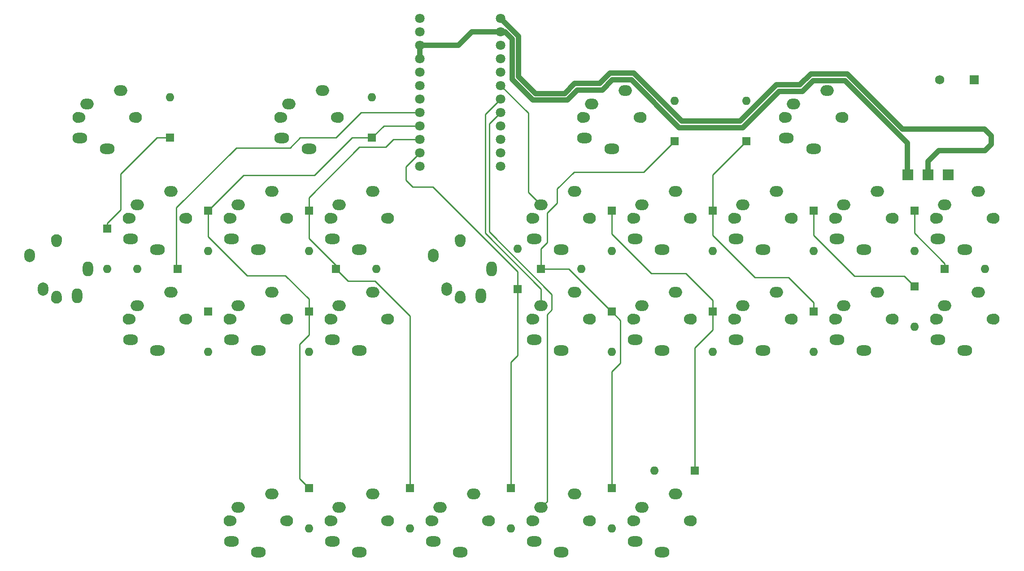
<source format=gbl>
%TF.GenerationSoftware,KiCad,Pcbnew,(7.0.0)*%
%TF.CreationDate,2023-03-05T08:54:37+05:30*%
%TF.ProjectId,Peridot Steno,50657269-646f-4742-9053-74656e6f2e6b,rev?*%
%TF.SameCoordinates,Original*%
%TF.FileFunction,Copper,L2,Bot*%
%TF.FilePolarity,Positive*%
%FSLAX46Y46*%
G04 Gerber Fmt 4.6, Leading zero omitted, Abs format (unit mm)*
G04 Created by KiCad (PCBNEW (7.0.0)) date 2023-03-05 08:54:37*
%MOMM*%
%LPD*%
G01*
G04 APERTURE LIST*
%TA.AperFunction,WasherPad*%
%ADD10C,2.100000*%
%TD*%
%TA.AperFunction,WasherPad*%
%ADD11C,1.900000*%
%TD*%
%TA.AperFunction,ComponentPad*%
%ADD12O,2.800000X2.000000*%
%TD*%
%TA.AperFunction,ComponentPad*%
%ADD13O,2.500000X2.000000*%
%TD*%
%TA.AperFunction,ComponentPad*%
%ADD14O,2.000000X2.800000*%
%TD*%
%TA.AperFunction,ComponentPad*%
%ADD15O,2.000000X2.500000*%
%TD*%
%TA.AperFunction,ComponentPad*%
%ADD16C,1.800000*%
%TD*%
%TA.AperFunction,ComponentPad*%
%ADD17R,1.752600X1.752600*%
%TD*%
%TA.AperFunction,ComponentPad*%
%ADD18C,1.752600*%
%TD*%
%TA.AperFunction,ComponentPad*%
%ADD19R,1.600000X1.600000*%
%TD*%
%TA.AperFunction,ComponentPad*%
%ADD20O,1.600000X1.600000*%
%TD*%
%TA.AperFunction,ComponentPad*%
%ADD21R,2.000000X2.000000*%
%TD*%
%TA.AperFunction,Conductor*%
%ADD22C,0.250000*%
%TD*%
%TA.AperFunction,Conductor*%
%ADD23C,1.000000*%
%TD*%
G04 APERTURE END LIST*
D10*
%TO.P,SW26,*%
%TO.N,*%
X156425000Y-66675000D03*
D11*
X156845000Y-66675000D03*
X167005000Y-66675000D03*
D10*
X167425000Y-66675000D03*
D12*
%TO.P,SW26,1,1*%
%TO.N,ROW1*%
X156824999Y-70574999D03*
D13*
X158114999Y-64134999D03*
D12*
%TO.P,SW26,2,2*%
%TO.N,Net-(D25-A)*%
X161924999Y-72574999D03*
D13*
X164464999Y-61594999D03*
%TD*%
D10*
%TO.P,SW19,*%
%TO.N,*%
X99275000Y-123825000D03*
D11*
X99695000Y-123825000D03*
X109855000Y-123825000D03*
D10*
X110275000Y-123825000D03*
D12*
%TO.P,SW19,1,1*%
%TO.N,ROW3*%
X99674999Y-127724999D03*
D13*
X100964999Y-121284999D03*
D12*
%TO.P,SW19,2,2*%
%TO.N,Net-(D18-A)*%
X104774999Y-129724999D03*
D13*
X107314999Y-118744999D03*
%TD*%
D10*
%TO.P,SW17,*%
%TO.N,*%
X118325000Y-66675000D03*
D11*
X118745000Y-66675000D03*
X128905000Y-66675000D03*
D10*
X129325000Y-66675000D03*
D12*
%TO.P,SW17,1,1*%
%TO.N,ROW1*%
X118724999Y-70574999D03*
D13*
X120014999Y-64134999D03*
D12*
%TO.P,SW17,2,2*%
%TO.N,Net-(D16-A)*%
X123824999Y-72574999D03*
D13*
X126364999Y-61594999D03*
%TD*%
D10*
%TO.P,SW42,*%
%TO.N,*%
X232625000Y-66675000D03*
D11*
X233045000Y-66675000D03*
X243205000Y-66675000D03*
D10*
X243625000Y-66675000D03*
D12*
%TO.P,SW42,1,1*%
%TO.N,ROW1*%
X233024999Y-70574999D03*
D13*
X234314999Y-64134999D03*
D12*
%TO.P,SW42,2,2*%
%TO.N,Net-(D41-A)*%
X238124999Y-72574999D03*
D13*
X240664999Y-61594999D03*
%TD*%
D10*
%TO.P,SW27,*%
%TO.N,*%
X156425000Y-85725000D03*
D11*
X156845000Y-85725000D03*
X167005000Y-85725000D03*
D10*
X167425000Y-85725000D03*
D12*
%TO.P,SW27,1,1*%
%TO.N,ROW2*%
X156824999Y-89624999D03*
D13*
X158114999Y-83184999D03*
D12*
%TO.P,SW27,2,2*%
%TO.N,Net-(D26-A)*%
X161924999Y-91624999D03*
D13*
X164464999Y-80644999D03*
%TD*%
D10*
%TO.P,SW36,*%
%TO.N,*%
X175475000Y-123825000D03*
D11*
X175895000Y-123825000D03*
X186055000Y-123825000D03*
D10*
X186475000Y-123825000D03*
D12*
%TO.P,SW36,1,1*%
%TO.N,ROW3*%
X175874999Y-127724999D03*
D13*
X177164999Y-121284999D03*
D12*
%TO.P,SW36,2,2*%
%TO.N,Net-(D35-A)*%
X180974999Y-129724999D03*
D13*
X183514999Y-118744999D03*
%TD*%
D10*
%TO.P,SW21,*%
%TO.N,*%
X142875000Y-81700000D03*
D11*
X142875000Y-81280000D03*
X142875000Y-71120000D03*
D10*
X142875000Y-70700000D03*
D14*
%TO.P,SW21,1,1*%
%TO.N,ROW1*%
X146774999Y-81299999D03*
D15*
X140334999Y-80009999D03*
D14*
%TO.P,SW21,2,2*%
%TO.N,Net-(D20-A)*%
X148774999Y-76199999D03*
D15*
X137794999Y-73659999D03*
%TD*%
D10*
%TO.P,SW32,*%
%TO.N,*%
X156425000Y-123825000D03*
D11*
X156845000Y-123825000D03*
X167005000Y-123825000D03*
D10*
X167425000Y-123825000D03*
D12*
%TO.P,SW32,1,1*%
%TO.N,ROW3*%
X156824999Y-127724999D03*
D13*
X158114999Y-121284999D03*
D12*
%TO.P,SW32,2,2*%
%TO.N,Net-(D31-A)*%
X161924999Y-129724999D03*
D13*
X164464999Y-118744999D03*
%TD*%
D10*
%TO.P,SW28,*%
%TO.N,*%
X137375000Y-123825000D03*
D11*
X137795000Y-123825000D03*
X147955000Y-123825000D03*
D10*
X148375000Y-123825000D03*
D12*
%TO.P,SW28,1,1*%
%TO.N,ROW3*%
X137774999Y-127724999D03*
D13*
X139064999Y-121284999D03*
D12*
%TO.P,SW28,2,2*%
%TO.N,Net-(D27-A)*%
X142874999Y-129724999D03*
D13*
X145414999Y-118744999D03*
%TD*%
D10*
%TO.P,SW33,*%
%TO.N,*%
X204050000Y-47625000D03*
D11*
X204470000Y-47625000D03*
X214630000Y-47625000D03*
D10*
X215050000Y-47625000D03*
D12*
%TO.P,SW33,1,1*%
%TO.N,ROW0*%
X204449999Y-51524999D03*
D13*
X205739999Y-45084999D03*
D12*
%TO.P,SW33,2,2*%
%TO.N,Net-(D32-A)*%
X209549999Y-53524999D03*
D13*
X212089999Y-42544999D03*
%TD*%
D10*
%TO.P,SW34,*%
%TO.N,*%
X194525000Y-66675000D03*
D11*
X194945000Y-66675000D03*
X205105000Y-66675000D03*
D10*
X205525000Y-66675000D03*
D12*
%TO.P,SW34,1,1*%
%TO.N,ROW1*%
X194924999Y-70574999D03*
D13*
X196214999Y-64134999D03*
D12*
%TO.P,SW34,2,2*%
%TO.N,Net-(D33-A)*%
X200024999Y-72574999D03*
D13*
X202564999Y-61594999D03*
%TD*%
D10*
%TO.P,SW39,*%
%TO.N,*%
X213575000Y-85725000D03*
D11*
X213995000Y-85725000D03*
X224155000Y-85725000D03*
D10*
X224575000Y-85725000D03*
D12*
%TO.P,SW39,1,1*%
%TO.N,ROW2*%
X213974999Y-89624999D03*
D13*
X215264999Y-83184999D03*
D12*
%TO.P,SW39,2,2*%
%TO.N,Net-(D38-A)*%
X219074999Y-91624999D03*
D13*
X221614999Y-80644999D03*
%TD*%
D10*
%TO.P,SW31,*%
%TO.N,*%
X175475000Y-85725000D03*
D11*
X175895000Y-85725000D03*
X186055000Y-85725000D03*
D10*
X186475000Y-85725000D03*
D12*
%TO.P,SW31,1,1*%
%TO.N,ROW2*%
X175874999Y-89624999D03*
D13*
X177164999Y-83184999D03*
D12*
%TO.P,SW31,2,2*%
%TO.N,Net-(D30-A)*%
X180974999Y-91624999D03*
D13*
X183514999Y-80644999D03*
%TD*%
D10*
%TO.P,SW9,*%
%TO.N,*%
X80225000Y-85725000D03*
D11*
X80645000Y-85725000D03*
X90805000Y-85725000D03*
D10*
X91225000Y-85725000D03*
D12*
%TO.P,SW9,1,1*%
%TO.N,ROW2*%
X80624999Y-89624999D03*
D13*
X81914999Y-83184999D03*
D12*
%TO.P,SW9,2,2*%
%TO.N,Net-(D8-A)*%
X85724999Y-91624999D03*
D13*
X88264999Y-80644999D03*
%TD*%
D16*
%TO.P,U1,1,TX*%
%TO.N,unconnected-(U1-TX-Pad1)*%
X135255000Y-28892500D03*
%TO.P,U1,2,RX*%
%TO.N,unconnected-(U1-RX-Pad2)*%
X135255000Y-31432500D03*
%TO.P,U1,3,GND*%
%TO.N,GND*%
X135255000Y-33972500D03*
%TO.P,U1,4,GND*%
X135255000Y-36512500D03*
%TO.P,U1,5,SDA*%
%TO.N,unconnected-(U1-SDA-Pad5)*%
X135255000Y-39052500D03*
%TO.P,U1,6,SCL*%
%TO.N,LED_DAT*%
X135255000Y-41592500D03*
%TO.P,U1,7,D4*%
%TO.N,COL0*%
X135255000Y-44132500D03*
%TO.P,U1,8,C6*%
%TO.N,COL1*%
X135255000Y-46672500D03*
%TO.P,U1,9,D7*%
%TO.N,COL2*%
X135255000Y-49212500D03*
%TO.P,U1,10,E6*%
%TO.N,COL3*%
X135255000Y-51752500D03*
%TO.P,U1,11,B4*%
%TO.N,COL4*%
X135255000Y-54292500D03*
%TO.P,U1,12,B5*%
%TO.N,COL5*%
X135255000Y-56832500D03*
%TO.P,U1,13,B6*%
%TO.N,COL6*%
X150495000Y-56832500D03*
%TO.P,U1,14,B2*%
%TO.N,COL7*%
X150495000Y-54292500D03*
%TO.P,U1,15,B3*%
%TO.N,COL8*%
X150495000Y-51752500D03*
%TO.P,U1,16,B1*%
%TO.N,COL9*%
X150495000Y-49212500D03*
%TO.P,U1,17,F7*%
%TO.N,ROW3*%
X150495000Y-46672500D03*
%TO.P,U1,18,F6*%
%TO.N,ROW2*%
X150495000Y-44132500D03*
%TO.P,U1,19,F5*%
%TO.N,ROW1*%
X150495000Y-41592500D03*
%TO.P,U1,20,F4*%
%TO.N,ROW0*%
X150495000Y-39052500D03*
%TO.P,U1,21,VCC*%
%TO.N,unconnected-(U1-VCC-Pad21)*%
X150495000Y-36512500D03*
%TO.P,U1,22,RST*%
%TO.N,RESET*%
X150495000Y-33972500D03*
%TO.P,U1,23,GND*%
%TO.N,GND*%
X150495000Y-31432500D03*
%TO.P,U1,24,RAW*%
%TO.N,+5V*%
X150495000Y-28892500D03*
%TD*%
D10*
%TO.P,SW12,*%
%TO.N,*%
X99275000Y-66675000D03*
D11*
X99695000Y-66675000D03*
X109855000Y-66675000D03*
D10*
X110275000Y-66675000D03*
D12*
%TO.P,SW12,1,1*%
%TO.N,ROW1*%
X99674999Y-70574999D03*
D13*
X100964999Y-64134999D03*
D12*
%TO.P,SW12,2,2*%
%TO.N,Net-(D11-A)*%
X104774999Y-72574999D03*
D13*
X107314999Y-61594999D03*
%TD*%
D10*
%TO.P,SW4,*%
%TO.N,*%
X66675000Y-81700000D03*
D11*
X66675000Y-81280000D03*
X66675000Y-71120000D03*
D10*
X66675000Y-70700000D03*
D14*
%TO.P,SW4,1,1*%
%TO.N,ROW2*%
X70574999Y-81299999D03*
D15*
X64134999Y-80009999D03*
D14*
%TO.P,SW4,2,2*%
%TO.N,Net-(D3-A)*%
X72574999Y-76199999D03*
D15*
X61594999Y-73659999D03*
%TD*%
D10*
%TO.P,SW11,*%
%TO.N,*%
X108800000Y-47625000D03*
D11*
X109220000Y-47625000D03*
X119380000Y-47625000D03*
D10*
X119800000Y-47625000D03*
D12*
%TO.P,SW11,1,1*%
%TO.N,ROW0*%
X109199999Y-51524999D03*
D13*
X110489999Y-45084999D03*
D12*
%TO.P,SW11,2,2*%
%TO.N,Net-(D10-A)*%
X114299999Y-53524999D03*
D13*
X116839999Y-42544999D03*
%TD*%
D17*
%TO.P,SW1,1,1*%
%TO.N,GND*%
X239864899Y-40481249D03*
D18*
%TO.P,SW1,2,2*%
%TO.N,RESET*%
X233362500Y-40481250D03*
%TD*%
D10*
%TO.P,SW38,*%
%TO.N,*%
X213575000Y-66675000D03*
D11*
X213995000Y-66675000D03*
X224155000Y-66675000D03*
D10*
X224575000Y-66675000D03*
D12*
%TO.P,SW38,1,1*%
%TO.N,ROW1*%
X213974999Y-70574999D03*
D13*
X215264999Y-64134999D03*
D12*
%TO.P,SW38,2,2*%
%TO.N,Net-(D37-A)*%
X219074999Y-72574999D03*
D13*
X221614999Y-61594999D03*
%TD*%
D10*
%TO.P,SW2,*%
%TO.N,*%
X70700000Y-47625000D03*
D11*
X71120000Y-47625000D03*
X81280000Y-47625000D03*
D10*
X81700000Y-47625000D03*
D12*
%TO.P,SW2,1,1*%
%TO.N,ROW0*%
X71099999Y-51524999D03*
D13*
X72389999Y-45084999D03*
D12*
%TO.P,SW2,2,2*%
%TO.N,Net-(D1-A)*%
X76199999Y-53524999D03*
D13*
X78739999Y-42544999D03*
%TD*%
D10*
%TO.P,SW35,*%
%TO.N,*%
X194525000Y-85725000D03*
D11*
X194945000Y-85725000D03*
X205105000Y-85725000D03*
D10*
X205525000Y-85725000D03*
D12*
%TO.P,SW35,1,1*%
%TO.N,ROW2*%
X194924999Y-89624999D03*
D13*
X196214999Y-83184999D03*
D12*
%TO.P,SW35,2,2*%
%TO.N,Net-(D34-A)*%
X200024999Y-91624999D03*
D13*
X202564999Y-80644999D03*
%TD*%
D10*
%TO.P,SW23,*%
%TO.N,*%
X118325000Y-123825000D03*
D11*
X118745000Y-123825000D03*
X128905000Y-123825000D03*
D10*
X129325000Y-123825000D03*
D12*
%TO.P,SW23,1,1*%
%TO.N,ROW3*%
X118724999Y-127724999D03*
D13*
X120014999Y-121284999D03*
D12*
%TO.P,SW23,2,2*%
%TO.N,Net-(D22-A)*%
X123824999Y-129724999D03*
D13*
X126364999Y-118744999D03*
%TD*%
D10*
%TO.P,SW25,*%
%TO.N,*%
X165950000Y-47625000D03*
D11*
X166370000Y-47625000D03*
X176530000Y-47625000D03*
D10*
X176950000Y-47625000D03*
D12*
%TO.P,SW25,1,1*%
%TO.N,ROW0*%
X166349999Y-51524999D03*
D13*
X167639999Y-45084999D03*
D12*
%TO.P,SW25,2,2*%
%TO.N,Net-(D24-A)*%
X171449999Y-53524999D03*
D13*
X173989999Y-42544999D03*
%TD*%
D10*
%TO.P,SW30,*%
%TO.N,*%
X175475000Y-66675000D03*
D11*
X175895000Y-66675000D03*
X186055000Y-66675000D03*
D10*
X186475000Y-66675000D03*
D12*
%TO.P,SW30,1,1*%
%TO.N,ROW1*%
X175874999Y-70574999D03*
D13*
X177164999Y-64134999D03*
D12*
%TO.P,SW30,2,2*%
%TO.N,Net-(D29-A)*%
X180974999Y-72574999D03*
D13*
X183514999Y-61594999D03*
%TD*%
D10*
%TO.P,SW43,*%
%TO.N,*%
X232625000Y-85725000D03*
D11*
X233045000Y-85725000D03*
X243205000Y-85725000D03*
D10*
X243625000Y-85725000D03*
D12*
%TO.P,SW43,1,1*%
%TO.N,ROW2*%
X233024999Y-89624999D03*
D13*
X234314999Y-83184999D03*
D12*
%TO.P,SW43,2,2*%
%TO.N,Net-(D42-A)*%
X238124999Y-91624999D03*
D13*
X240664999Y-80644999D03*
%TD*%
D10*
%TO.P,SW8,*%
%TO.N,*%
X80225000Y-66675000D03*
D11*
X80645000Y-66675000D03*
X90805000Y-66675000D03*
D10*
X91225000Y-66675000D03*
D12*
%TO.P,SW8,1,1*%
%TO.N,ROW1*%
X80624999Y-70574999D03*
D13*
X81914999Y-64134999D03*
D12*
%TO.P,SW8,2,2*%
%TO.N,Net-(D7-A)*%
X85724999Y-72574999D03*
D13*
X88264999Y-61594999D03*
%TD*%
D10*
%TO.P,SW13,*%
%TO.N,*%
X99275000Y-85725000D03*
D11*
X99695000Y-85725000D03*
X109855000Y-85725000D03*
D10*
X110275000Y-85725000D03*
D12*
%TO.P,SW13,1,1*%
%TO.N,ROW2*%
X99674999Y-89624999D03*
D13*
X100964999Y-83184999D03*
D12*
%TO.P,SW13,2,2*%
%TO.N,Net-(D12-A)*%
X104774999Y-91624999D03*
D13*
X107314999Y-80644999D03*
%TD*%
D10*
%TO.P,SW18,*%
%TO.N,*%
X118325000Y-85725000D03*
D11*
X118745000Y-85725000D03*
X128905000Y-85725000D03*
D10*
X129325000Y-85725000D03*
D12*
%TO.P,SW18,1,1*%
%TO.N,ROW2*%
X118724999Y-89624999D03*
D13*
X120014999Y-83184999D03*
D12*
%TO.P,SW18,2,2*%
%TO.N,Net-(D17-A)*%
X123824999Y-91624999D03*
D13*
X126364999Y-80644999D03*
%TD*%
D19*
%TO.P,D27,1,K*%
%TO.N,COL4*%
X152399999Y-117633749D03*
D20*
%TO.P,D27,2,A*%
%TO.N,Net-(D27-A)*%
X152399999Y-125253749D03*
%TD*%
D19*
%TO.P,D41,1,K*%
%TO.N,COL9*%
X228599999Y-65246249D03*
D20*
%TO.P,D41,2,A*%
%TO.N,Net-(D41-A)*%
X228599999Y-72866249D03*
%TD*%
D19*
%TO.P,D33,1,K*%
%TO.N,COL7*%
X190499999Y-65246249D03*
D20*
%TO.P,D33,2,A*%
%TO.N,Net-(D33-A)*%
X190499999Y-72866249D03*
%TD*%
D19*
%TO.P,D30,1,K*%
%TO.N,COL6*%
X190499999Y-84296249D03*
D20*
%TO.P,D30,2,A*%
%TO.N,Net-(D30-A)*%
X190499999Y-91916249D03*
%TD*%
D19*
%TO.P,D31,1,K*%
%TO.N,COL5*%
X171449999Y-117633749D03*
D20*
%TO.P,D31,2,A*%
%TO.N,Net-(D31-A)*%
X171449999Y-125253749D03*
%TD*%
D19*
%TO.P,D12,1,K*%
%TO.N,COL2*%
X114299999Y-84296249D03*
D20*
%TO.P,D12,2,A*%
%TO.N,Net-(D12-A)*%
X114299999Y-91916249D03*
%TD*%
D19*
%TO.P,D22,1,K*%
%TO.N,COL3*%
X133349999Y-117633749D03*
D20*
%TO.P,D22,2,A*%
%TO.N,Net-(D22-A)*%
X133349999Y-125253749D03*
%TD*%
D19*
%TO.P,D42,1,K*%
%TO.N,COL9*%
X234314999Y-76199999D03*
D20*
%TO.P,D42,2,A*%
%TO.N,Net-(D42-A)*%
X241934999Y-76199999D03*
%TD*%
D19*
%TO.P,D37,1,K*%
%TO.N,COL8*%
X209549999Y-65246249D03*
D20*
%TO.P,D37,2,A*%
%TO.N,Net-(D37-A)*%
X209549999Y-72866249D03*
%TD*%
D19*
%TO.P,D1,1,K*%
%TO.N,COL0*%
X88106249Y-51434999D03*
D20*
%TO.P,D1,2,A*%
%TO.N,Net-(D1-A)*%
X88106249Y-43814999D03*
%TD*%
D19*
%TO.P,D17,1,K*%
%TO.N,COL3*%
X119379999Y-76199999D03*
D20*
%TO.P,D17,2,A*%
%TO.N,Net-(D17-A)*%
X126999999Y-76199999D03*
%TD*%
D19*
%TO.P,D29,1,K*%
%TO.N,COL6*%
X171449999Y-65246249D03*
D20*
%TO.P,D29,2,A*%
%TO.N,Net-(D29-A)*%
X171449999Y-72866249D03*
%TD*%
D21*
%TO.P,J3,1,Pin_1*%
%TO.N,GND*%
X227329999Y-58419999D03*
%TD*%
D19*
%TO.P,D38,1,K*%
%TO.N,COL8*%
X228599999Y-79533749D03*
D20*
%TO.P,D38,2,A*%
%TO.N,Net-(D38-A)*%
X228599999Y-87153749D03*
%TD*%
D19*
%TO.P,D25,1,K*%
%TO.N,COL5*%
X158114999Y-76199999D03*
D20*
%TO.P,D25,2,A*%
%TO.N,Net-(D25-A)*%
X165734999Y-76199999D03*
%TD*%
D19*
%TO.P,D3,1,K*%
%TO.N,COL0*%
X76199999Y-68579999D03*
D20*
%TO.P,D3,2,A*%
%TO.N,Net-(D3-A)*%
X76199999Y-76199999D03*
%TD*%
D21*
%TO.P,J1,1,Pin_1*%
%TO.N,+5V*%
X231139999Y-58419999D03*
%TD*%
D19*
%TO.P,D26,1,K*%
%TO.N,COL5*%
X171449999Y-84296249D03*
D20*
%TO.P,D26,2,A*%
%TO.N,Net-(D26-A)*%
X171449999Y-91916249D03*
%TD*%
D19*
%TO.P,D16,1,K*%
%TO.N,COL3*%
X114299999Y-65246249D03*
D20*
%TO.P,D16,2,A*%
%TO.N,Net-(D16-A)*%
X114299999Y-72866249D03*
%TD*%
D21*
%TO.P,J2,1,Pin_1*%
%TO.N,LED_DAT*%
X234949999Y-58419999D03*
%TD*%
D19*
%TO.P,D11,1,K*%
%TO.N,COL2*%
X95249999Y-65246249D03*
D20*
%TO.P,D11,2,A*%
%TO.N,Net-(D11-A)*%
X95249999Y-72866249D03*
%TD*%
D19*
%TO.P,D7,1,K*%
%TO.N,COL1*%
X89534999Y-76199999D03*
D20*
%TO.P,D7,2,A*%
%TO.N,Net-(D7-A)*%
X81914999Y-76199999D03*
%TD*%
D19*
%TO.P,D24,1,K*%
%TO.N,COL5*%
X183356249Y-52069999D03*
D20*
%TO.P,D24,2,A*%
%TO.N,Net-(D24-A)*%
X183356249Y-44449999D03*
%TD*%
D19*
%TO.P,D8,1,K*%
%TO.N,COL1*%
X95249999Y-84296249D03*
D20*
%TO.P,D8,2,A*%
%TO.N,Net-(D8-A)*%
X95249999Y-91916249D03*
%TD*%
D19*
%TO.P,D32,1,K*%
%TO.N,COL7*%
X196849999Y-52069999D03*
D20*
%TO.P,D32,2,A*%
%TO.N,Net-(D32-A)*%
X196849999Y-44449999D03*
%TD*%
D19*
%TO.P,D10,1,K*%
%TO.N,COL2*%
X126206249Y-51434999D03*
D20*
%TO.P,D10,2,A*%
%TO.N,Net-(D10-A)*%
X126206249Y-43814999D03*
%TD*%
D19*
%TO.P,D34,1,K*%
%TO.N,COL7*%
X209549999Y-84296249D03*
D20*
%TO.P,D34,2,A*%
%TO.N,Net-(D34-A)*%
X209549999Y-91916249D03*
%TD*%
D19*
%TO.P,D35,1,K*%
%TO.N,COL6*%
X187166249Y-114299999D03*
D20*
%TO.P,D35,2,A*%
%TO.N,Net-(D35-A)*%
X179546249Y-114299999D03*
%TD*%
D19*
%TO.P,D18,1,K*%
%TO.N,COL2*%
X114299999Y-117633749D03*
D20*
%TO.P,D18,2,A*%
%TO.N,Net-(D18-A)*%
X114299999Y-125253749D03*
%TD*%
D19*
%TO.P,D20,1,K*%
%TO.N,COL4*%
X153669999Y-80009999D03*
D20*
%TO.P,D20,2,A*%
%TO.N,Net-(D20-A)*%
X153669999Y-72389999D03*
%TD*%
D22*
%TO.N,COL0*%
X76200000Y-67564000D02*
X76200000Y-68580000D01*
X78740000Y-65024000D02*
X76200000Y-67564000D01*
X88106250Y-51435000D02*
X85598000Y-51435000D01*
X78740000Y-58293000D02*
X78740000Y-65024000D01*
X85598000Y-51435000D02*
X78740000Y-58293000D01*
%TO.N,COL1*%
X112649000Y-51435000D02*
X110744000Y-53340000D01*
X89281000Y-64643000D02*
X89281000Y-75946000D01*
X89281000Y-75946000D02*
X89535000Y-76200000D01*
X119380000Y-51435000D02*
X112649000Y-51435000D01*
X124142500Y-46672500D02*
X119380000Y-51435000D01*
X135255000Y-46672500D02*
X124142500Y-46672500D01*
X100584000Y-53340000D02*
X89281000Y-64643000D01*
X110744000Y-53340000D02*
X100584000Y-53340000D01*
%TO.N,COL2*%
X135255000Y-49212500D02*
X128428750Y-49212500D01*
X114300000Y-88646000D02*
X112522000Y-90424000D01*
X114300000Y-84296250D02*
X114300000Y-88646000D01*
X128428750Y-49212500D02*
X126206250Y-51435000D01*
X101949250Y-58547000D02*
X95250000Y-65246250D01*
X112522000Y-90424000D02*
X112522000Y-115855750D01*
X126206250Y-51435000D02*
X122428000Y-51435000D01*
X112522000Y-115855750D02*
X114300000Y-117633750D01*
X102616000Y-77470000D02*
X109855000Y-77470000D01*
X109855000Y-77470000D02*
X114300000Y-81915000D01*
X122428000Y-51435000D02*
X115316000Y-58547000D01*
X95250000Y-65246250D02*
X95250000Y-70104000D01*
X115316000Y-58547000D02*
X101949250Y-58547000D01*
X114300000Y-81915000D02*
X114300000Y-84296250D01*
X95250000Y-70104000D02*
X102616000Y-77470000D01*
%TO.N,COL3*%
X128778000Y-53213000D02*
X123825000Y-53213000D01*
X114300000Y-70443701D02*
X119380000Y-75523701D01*
X121666000Y-78486000D02*
X126746000Y-78486000D01*
X119380000Y-76200000D02*
X121666000Y-78486000D01*
X126746000Y-78486000D02*
X133350000Y-85090000D01*
X119380000Y-75523701D02*
X119380000Y-76200000D01*
X135255000Y-51752500D02*
X130238500Y-51752500D01*
X114300000Y-62738000D02*
X114300000Y-65246250D01*
X123825000Y-53213000D02*
X114300000Y-62738000D01*
X114300000Y-65246250D02*
X114300000Y-70443701D01*
X130238500Y-51752500D02*
X128778000Y-53213000D01*
X133350000Y-85090000D02*
X133350000Y-117633750D01*
%TO.N,COL4*%
X133858000Y-60706000D02*
X137668000Y-60706000D01*
X152400000Y-117633750D02*
X152400000Y-93853000D01*
X135255000Y-54292500D02*
X132588000Y-56959500D01*
X152400000Y-93853000D02*
X153670000Y-92583000D01*
X132588000Y-59436000D02*
X133858000Y-60706000D01*
X153670000Y-92583000D02*
X153670000Y-80010000D01*
X153670000Y-76708000D02*
X153670000Y-80010000D01*
X132588000Y-56959500D02*
X132588000Y-59436000D01*
X137668000Y-60706000D02*
X153670000Y-76708000D01*
%TO.N,COL5*%
X159258000Y-71247000D02*
X158115000Y-72390000D01*
X171450000Y-84296250D02*
X173101000Y-85947250D01*
X173101000Y-85947250D02*
X173101000Y-93980000D01*
X159258000Y-65659000D02*
X159258000Y-71247000D01*
X158115000Y-76200000D02*
X163322000Y-76200000D01*
X158115000Y-72390000D02*
X158115000Y-76200000D01*
X164338000Y-57912000D02*
X161163000Y-61087000D01*
X183356250Y-52070000D02*
X177514250Y-57912000D01*
X171418250Y-84296250D02*
X171450000Y-84296250D01*
X161163000Y-63754000D02*
X159258000Y-65659000D01*
X163322000Y-76200000D02*
X171418250Y-84296250D01*
X177514250Y-57912000D02*
X164338000Y-57912000D01*
X173101000Y-93980000D02*
X171450000Y-95631000D01*
X161163000Y-61087000D02*
X161163000Y-63754000D01*
X171450000Y-95631000D02*
X171450000Y-117633750D01*
%TO.N,COL6*%
X190500000Y-84296250D02*
X190500000Y-82169000D01*
X190500000Y-84296250D02*
X190500000Y-87757000D01*
X190500000Y-82169000D02*
X185420000Y-77089000D01*
X171450000Y-69596000D02*
X171450000Y-65246250D01*
X178943000Y-77089000D02*
X171450000Y-69596000D01*
X190500000Y-87757000D02*
X187166250Y-91090750D01*
X185420000Y-77089000D02*
X178943000Y-77089000D01*
X187166250Y-91090750D02*
X187166250Y-114300000D01*
%TO.N,COL7*%
X209550000Y-82550000D02*
X209550000Y-84296250D01*
X190500000Y-69850000D02*
X198501000Y-77851000D01*
X190500000Y-65246250D02*
X190500000Y-58420000D01*
X190500000Y-58420000D02*
X196850000Y-52070000D01*
X190500000Y-65246250D02*
X190500000Y-69850000D01*
X198501000Y-77851000D02*
X204851000Y-77851000D01*
X204851000Y-77851000D02*
X209550000Y-82550000D01*
%TO.N,COL8*%
X228600000Y-79502000D02*
X228600000Y-79533750D01*
X209550000Y-65246250D02*
X209550000Y-69850000D01*
X217297000Y-77597000D02*
X226695000Y-77597000D01*
X226695000Y-77597000D02*
X228600000Y-79502000D01*
X209550000Y-69850000D02*
X217297000Y-77597000D01*
%TO.N,COL9*%
X234315000Y-75184000D02*
X234315000Y-76200000D01*
X228600000Y-69469000D02*
X234315000Y-75184000D01*
X228600000Y-65246250D02*
X228600000Y-69469000D01*
D23*
%TO.N,GND*%
X142557500Y-33972500D02*
X145097500Y-31432500D01*
X175178392Y-40513000D02*
X171577000Y-40513000D01*
X164973000Y-42418000D02*
X163068000Y-44323000D01*
X196215000Y-49530000D02*
X184195392Y-49530000D01*
X151320500Y-31432500D02*
X150495000Y-31432500D01*
X203073000Y-42672000D02*
X196215000Y-49530000D01*
X169672000Y-42418000D02*
X164973000Y-42418000D01*
X215472944Y-40640000D02*
X209469056Y-40640000D01*
X227279200Y-58369200D02*
X227279200Y-52446256D01*
X156591000Y-44323000D02*
X152654000Y-40386000D01*
X207437056Y-42672000D02*
X203073000Y-42672000D01*
X209469056Y-40640000D02*
X207437056Y-42672000D01*
X152654000Y-32766000D02*
X151320500Y-31432500D01*
X135255000Y-33972500D02*
X142557500Y-33972500D01*
X184195392Y-49530000D02*
X175178392Y-40513000D01*
X152654000Y-40386000D02*
X152654000Y-32766000D01*
X227279200Y-52446256D02*
X215472944Y-40640000D01*
X135255000Y-33972500D02*
X135255000Y-36512500D01*
X171577000Y-40513000D02*
X169672000Y-42418000D01*
X227330000Y-58420000D02*
X227279200Y-58369200D01*
X163068000Y-44323000D02*
X156591000Y-44323000D01*
X145097500Y-31432500D02*
X150495000Y-31432500D01*
%TO.N,+5V*%
X150495000Y-28892500D02*
X153854000Y-32251500D01*
X184692448Y-48330000D02*
X195717944Y-48330000D01*
X206940000Y-41472000D02*
X209042000Y-39370000D01*
X157088056Y-43123000D02*
X162570944Y-43123000D01*
X215900000Y-39370000D02*
X226314000Y-49784000D01*
X175605448Y-39243000D02*
X184692448Y-48330000D01*
X202575944Y-41472000D02*
X206940000Y-41472000D01*
X241808000Y-49784000D02*
X243078000Y-51054000D01*
X243078000Y-52705000D02*
X241935000Y-53848000D01*
X169174944Y-41218000D02*
X171149944Y-39243000D01*
X153854000Y-39888944D02*
X157088056Y-43123000D01*
X195717944Y-48330000D02*
X202575944Y-41472000D01*
X171149944Y-39243000D02*
X175605448Y-39243000D01*
X243078000Y-51054000D02*
X243078000Y-52705000D01*
X233172000Y-53848000D02*
X231140000Y-55880000D01*
X209042000Y-39370000D02*
X215900000Y-39370000D01*
X241935000Y-53848000D02*
X233172000Y-53848000D01*
X162570944Y-43123000D02*
X164475944Y-41218000D01*
X164475944Y-41218000D02*
X169174944Y-41218000D01*
X226314000Y-49784000D02*
X241808000Y-49784000D01*
X153854000Y-32251500D02*
X153854000Y-39888944D01*
X231140000Y-55880000D02*
X231140000Y-58420000D01*
D22*
%TO.N,ROW2*%
X150495000Y-44132500D02*
X147574000Y-47053500D01*
X158115000Y-79996643D02*
X158115000Y-83185000D01*
X147574000Y-47053500D02*
X147574000Y-69455643D01*
X147574000Y-69455643D02*
X158115000Y-79996643D01*
%TO.N,ROW1*%
X155702000Y-46799500D02*
X155702000Y-61722000D01*
X150495000Y-41592500D02*
X155702000Y-46799500D01*
X155702000Y-61722000D02*
X158115000Y-64135000D01*
%TO.N,ROW3*%
X160147000Y-81026000D02*
X160147000Y-83947000D01*
X148336000Y-48831500D02*
X148336000Y-69215000D01*
X159258000Y-120142000D02*
X158115000Y-121285000D01*
X160147000Y-83947000D02*
X159258000Y-84836000D01*
X150495000Y-46672500D02*
X148336000Y-48831500D01*
X159258000Y-84836000D02*
X159258000Y-120142000D01*
X148336000Y-69215000D02*
X160147000Y-81026000D01*
%TD*%
M02*

</source>
